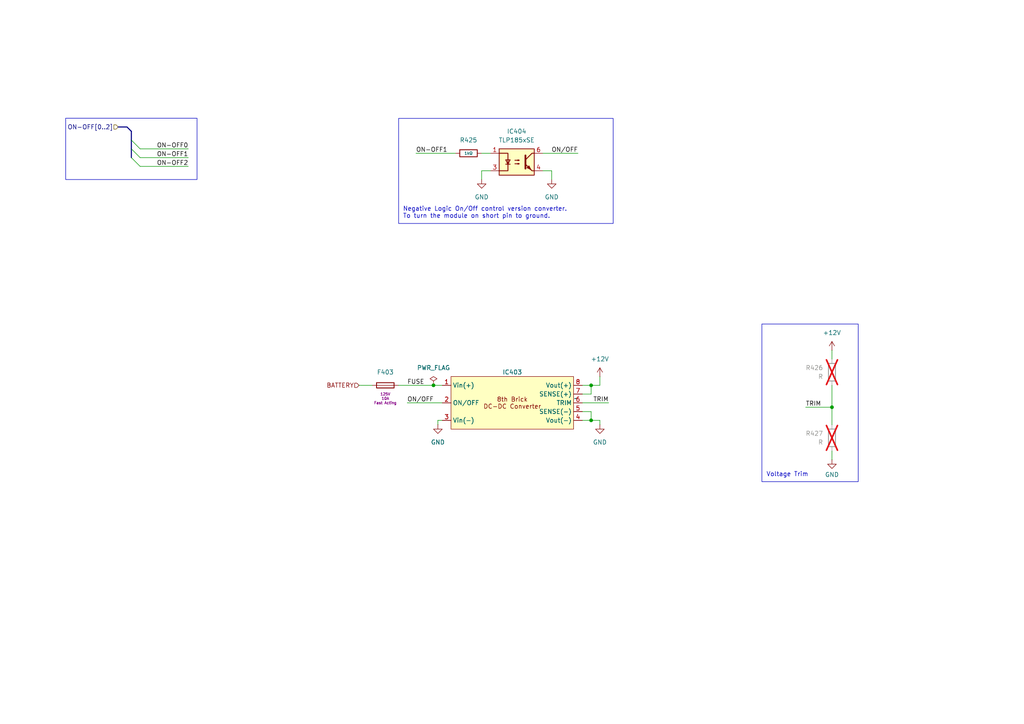
<source format=kicad_sch>
(kicad_sch (version 20250114) (generator "eeschema") (generator_version "9.0")
  (paper "A4")
  (lib_symbols
    (symbol "Brick_Converters:8th_Brick"
      (property "Reference" "IC" (at -17.78 8.89 0))
      (symbol "8th_Brick_0_0"
        (pin power_in line (at -20.32 5.08 0) (length 2.54) (name "Vin(+)") (number "1"))
        (pin input line (at -20.32 0 0) (length 2.54) (name "ON/OFF") (number "2"))
        (pin power_in line (at -20.32 -5.08 0) (length 2.54) (name "Vin(-)") (number "3"))
        (pin power_in line (at 20.32 5.08 180) (length 2.54) (name "Vout(+)") (number "8"))
        (pin input line (at 20.32 2.54 180) (length 2.54) (name "SENSE(+)") (number "7"))
        (pin input line (at 20.32 -2.54 180) (length 2.54) (name "SENSE(-)") (number "5"))
        (pin power_in line (at 20.32 -5.08 180) (length 2.54) (name "Vout(-)") (number "4"))
      )
      (symbol "8th_Brick_1_0"
        (pin input line (at 20.32 0 180) (length 2.54) (name "TRIM") (number "6"))
      )
      (symbol "8th_Brick_1_1"
        (rectangle (start -17.78 7.62) (end 17.78 -7.62) (fill (type background)))
        (text "8th Brick\nDC-DC Converter" (at 0 0 0) (effects (font (size 1.27 1.27))))
      )
    )
    (symbol "Device:R" (pin_numbers (hide yes)) (pin_names (offset 0))
      (property "Reference" "R" (at 2.032 0 90))
      (property "Value" "R" (at 0 0 90))
      (symbol "R_0_1"
        (rectangle (start -1.016 -2.54) (end 1.016 2.54) (stroke (width 0.254)))
      )
      (symbol "R_1_1"
        (pin passive line (at 0 3.81 270) (length 1.27) (name "~") (number "1"))
        (pin passive line (at 0 -3.81 90) (length 1.27) (name "~") (number "2"))
      )
    )
    (symbol "FuseCustom:JFC2410FS-2100FS"
      (property "Reference" "F" (at -2.54 0 90))
      (property "Current Trigger" "10A" (at 3.81 0 90))
      (property "Voltage Rating" "125V" (at 2.54 0 90))
      (property "Time Sensitivity" "Fast Acting" (at 5.08 0 90))
      (symbol "JFC2410FS-2100FS_0_1"
        (rectangle (start -0.762 2.54) (end 0.762 -2.54) (stroke (width 0.254)))
        (polyline (pts (xy 0 2.54) (xy 0 -2.54)))
      )
      (symbol "JFC2410FS-2100FS_1_1"
        (pin passive line (at 0 3.81 270) (length 1.27) (name "~") (number "1"))
        (pin passive line (at 0 -3.81 90) (length 1.27) (name "~") (number "2"))
      )
    )
    (symbol "Isolator:TLP185xSE"
      (property "Reference" "U" (at -5.08 5.08 0))
      (property "Value" "TLP185xSE" (at -5.08 -5.08 0))
      (symbol "TLP185xSE_0_1"
        (rectangle (start -5.08 3.81) (end 5.08 -3.81) (stroke (width 0.254)) (fill (type background)))
        (polyline (pts (xy -5.08 -2.54) (xy -2.54 -2.54) (xy -2.54 2.54) (xy -5.08 2.54)) (stroke (width 0.254)))
        (polyline (pts (xy -3.175 -0.635) (xy -1.905 -0.635)) (stroke (width 0.254)))
        (polyline (pts (xy -2.54 -0.635) (xy -3.175 0.635) (xy -1.905 0.635) (xy -2.54 -0.635)) (stroke (width 0.254)))
        (polyline (pts (xy -0.508 0.508) (xy 0.762 0.508) (xy 0.381 0.381) (xy 0.381 0.635) (xy 0.762 0.508)) (stroke (width 0.254)))
        (polyline (pts (xy -0.508 -0.508) (xy 0.762 -0.508) (xy 0.381 -0.635) (xy 0.381 -0.381) (xy 0.762 -0.508)) (stroke (width 0.254)))
        (polyline (pts (xy 2.54 1.905) (xy 2.54 -1.905)) (stroke (width 0.508)))
        (polyline (pts (xy 3.048 -1.651) (xy 3.556 -1.143) (xy 4.064 -2.159) (xy 3.048 -1.651)) (stroke (width 0.254)) (fill (type outline)))
        (polyline (pts (xy 5.08 2.54) (xy 4.445 2.54) (xy 2.54 0.635)) (stroke (width 0.254)))
        (polyline (pts (xy 5.08 -2.54) (xy 4.445 -2.54) (xy 2.54 -0.635)) (stroke (width 0.254)))
      )
      (symbol "TLP185xSE_1_1"
        (pin passive line (at -7.62 2.54 0) (length 2.54) (name "~") (number "1"))
        (pin passive line (at -7.62 -2.54 0) (length 2.54) (name "~") (number "3"))
        (pin passive line (at 7.62 2.54 180) (length 2.54) (name "~") (number "6"))
        (pin passive line (at 7.62 -2.54 180) (length 2.54) (name "~") (number "4"))
      )
    )
    (symbol "PCM_JLCPCB-Resistors:0402,1kΩ" (pin_numbers (hide yes)) (pin_names (offset 0))
      (property "Reference" "R" (at 1.778 0 0))
      (property "Value" "1kΩ" (at 0 0 90))
      (symbol "0402,1kΩ_0_1"
        (rectangle (start -1.016 2.54) (end 1.016 -2.54) (stroke (width 0.254)))
      )
      (symbol "0402,1kΩ_1_1"
        (pin passive line (at 0 3.81 270) (length 1.27) (name "~") (number "1"))
        (pin passive line (at 0 -3.81 90) (length 1.27) (name "~") (number "2"))
      )
    )
    (symbol "power:+12V" (power) (pin_numbers (hide yes)) (pin_names (offset 0) (hide yes))
      (property "Value" "+12V" (at 0 3.556 0))
      (symbol "+12V_0_1"
        (polyline (pts (xy -0.762 1.27) (xy 0 2.54)))
        (polyline (pts (xy 0 2.54) (xy 0.762 1.27)))
        (polyline (pts (xy 0 0) (xy 0 2.54)))
      )
      (symbol "+12V_1_1"
        (pin power_in line (at 0 0 90) (length 0) (name "~") (number "1"))
      )
    )
    (symbol "power:GND" (power) (pin_numbers (hide yes)) (pin_names (offset 0) (hide yes))
      (property "Value" "GND" (at 0 -3.81 0))
      (symbol "GND_0_1"
        (polyline (pts (xy 0 0) (xy 0 -1.27) (xy 1.27 -1.27) (xy 0 -2.54) (xy -1.27 -1.27) (xy 0 -1.27)))
      )
      (symbol "GND_1_1"
        (pin power_in line (at 0 0 270) (length 0) (name "~") (number "1"))
      )
    )
    (symbol "power:PWR_FLAG" (power) (pin_numbers (hide yes)) (pin_names (offset 0) (hide yes))
      (property "Value" "PWR_FLAG" (at 0 3.81 0))
      (symbol "PWR_FLAG_0_0"
        (pin power_out line (at 0 0 90) (length 0) (name "~") (number "1"))
      )
      (symbol "PWR_FLAG_0_1"
        (polyline (pts (xy 0 0) (xy 0 1.27) (xy -1.016 1.905) (xy 0 2.54) (xy 1.016 1.905) (xy 0 1.27)))
      )
    )
  )
  (rectangle (start 220.98 93.98) (end 248.92 139.7))
  (rectangle (start 115.617 34.337) (end 177.847 64.817))
  (rectangle (start 19.05 34.29) (end 57.15 52.07))
  (text "Voltage Trim" (at 222.25 138.43 0) (effects (font (size 1.27 1.27)) (justify left bottom)))
  (text "Negative Logic On/Off control version converter.\nTo turn the module on short pin to ground." (at 116.84 63.5 0) (effects (font (size 1.27 1.27)) (justify left bottom)))
  (junction (at 241.3 118.11))
  (junction (at 125.73 111.76))
  (junction (at 171.45 111.76))
  (junction (at 171.45 121.92))
  (bus_entry (at 38.1 43.18) (size 2.54 2.54))
  (bus_entry (at 38.1 40.64) (size 2.54 2.54))
  (bus_entry (at 38.1 45.72) (size 2.54 2.54))
  (bus (pts (xy 38.1 40.64) (xy 38.1 43.18)))
  (wire (pts (xy 142.24 49.53) (xy 139.7 49.53)))
  (wire (pts (xy 173.99 111.76) (xy 173.99 109.22)))
  (wire (pts (xy 139.7 49.53) (xy 139.7 52.07)))
  (wire (pts (xy 40.64 45.72) (xy 54.61 45.72)))
  (wire (pts (xy 160.02 49.53) (xy 160.02 52.07)))
  (bus (pts (xy 38.1 43.18) (xy 38.1 45.72)))
  (wire (pts (xy 241.3 118.11) (xy 241.3 123.19)))
  (wire (pts (xy 167.64 44.45) (xy 157.48 44.45)))
  (wire (pts (xy 171.45 114.3) (xy 171.45 111.76)))
  (bus (pts (xy 34.29 36.83) (xy 36.83 36.83)))
  (wire (pts (xy 127 123.19) (xy 127 121.92)))
  (wire (pts (xy 241.3 130.81) (xy 241.3 133.35)))
  (bus (pts (xy 38.1 38.1) (xy 38.1 40.64)))
  (wire (pts (xy 104.14 111.76) (xy 107.95 111.76)))
  (wire (pts (xy 241.3 111.76) (xy 241.3 118.11)))
  (wire (pts (xy 40.64 43.18) (xy 54.61 43.18)))
  (wire (pts (xy 40.64 48.26) (xy 54.61 48.26)))
  (wire (pts (xy 127 121.92) (xy 128.27 121.92)))
  (wire (pts (xy 171.45 121.92) (xy 173.99 121.92)))
  (wire (pts (xy 120.65 44.45) (xy 132.08 44.45)))
  (wire (pts (xy 171.45 119.38) (xy 171.45 121.92)))
  (wire (pts (xy 241.3 104.14) (xy 241.3 101.6)))
  (wire (pts (xy 115.57 111.76) (xy 125.73 111.76)))
  (wire (pts (xy 157.48 49.53) (xy 160.02 49.53)))
  (wire (pts (xy 168.91 111.76) (xy 171.45 111.76)))
  (wire (pts (xy 168.91 114.3) (xy 171.45 114.3)))
  (wire (pts (xy 171.45 111.76) (xy 173.99 111.76)))
  (wire (pts (xy 176.53 116.84) (xy 168.91 116.84)))
  (bus (pts (xy 36.83 36.83) (xy 38.1 38.1)))
  (wire (pts (xy 139.7 44.45) (xy 142.24 44.45)))
  (wire (pts (xy 173.99 121.92) (xy 173.99 123.19)))
  (wire (pts (xy 125.73 111.76) (xy 128.27 111.76)))
  (wire (pts (xy 168.91 121.92) (xy 171.45 121.92)))
  (wire (pts (xy 168.91 119.38) (xy 171.45 119.38)))
  (wire (pts (xy 118.11 116.84) (xy 128.27 116.84)))
  (wire (pts (xy 233.68 118.11) (xy 241.3 118.11)))
  (label "ON-OFF2" (at 54.61 48.26 180))
  (label "ON-OFF0" (at 54.61 43.18 180))
  (label "ON/OFF" (at 118.11 116.84 0))
  (label "FUSE" (at 118.11 111.76 0))
  (label "TRIM" (at 176.53 116.84 180))
  (label "TRIM" (at 233.68 118.11 0))
  (label "ON-OFF1" (at 54.61 45.72 180))
  (label "ON/OFF" (at 167.64 44.45 180))
  (label "ON-OFF1" (at 120.65 44.45 0))
  (hierarchical_label "BATTERY" (shape input) (at 104.14 111.76 180))
  (hierarchical_label "ON-OFF[0..2]" (shape input) (at 34.29 36.83 180))
  (symbol (lib_id "Device:R") (at 241.3 127 0) (mirror x) (unit 1) (dnp yes)
    (property "Reference" "R427" (at 238.76 125.7299 0) (effects (justify right)))
    (property "Value" "R" (at 238.76 128.2699 0) (effects (justify right)))
    (property "Footprint" "PCM_JLCPCB:R_0402" (effects (hide yes)))
    (property "Description" "Resistor" (effects (hide yes)))
  )
  (symbol (lib_id "power:+12V") (at 241.3 101.6 0) (unit 1)
    (property "Reference" "#PWR0510" (effects (hide yes)))
    (property "Value" "+12V" (at 241.3 96.52 0))
    (property "Description" "Power symbol creates a global label with name \"+12V\"" (effects (hide yes)))
  )
  (symbol (lib_id "power:GND") (at 127 123.19 0) (unit 1)
    (property "Reference" "#PWR0492" (effects (hide yes)))
    (property "Value" "GND" (at 127 128.27 0))
    (property "Description" "Power symbol creates a global label with name \"GND\" , ground" (effects (hide yes)))
  )
  (symbol (lib_id "Isolator:TLP185xSE") (at 149.86 46.99 0) (unit 1)
    (property "Reference" "IC404" (at 149.86 38.1 0))
    (property "Value" "TLP185xSE" (at 149.86 40.64 0))
    (property "Footprint" "Package_SO:SOIC-4_4.55x3.7mm_P2.54mm" (effects (hide yes)))
    (property "Datasheet" "https://toshiba.semicon-storage.com/info/docget.jsp?did=14111&prodName=TLP185(SE" (effects (hide yes)))
    (property "Description" "DC Optocoupler, Vce 80V, CTR 50-100%, SOIC-4-6 (MFSOP-4-6)" (effects (hide yes)))
  )
  (symbol (lib_id "FuseCustom:JFC2410FS-2100FS") (at 111.76 111.76 270) (unit 1)
    (property "Reference" "F403" (at 111.76 107.95 90))
    (property "Value" "10A" (effects (hide yes)))
    (property "Footprint" "FuseCustom:Fuse_2410_6125" (effects (hide yes)))
    (property "Datasheet" "https://jlcpcb.com/api/file/downloadByFileSystemAccessId/8588899540782604288" (effects (hide yes)))
    (property "Description" "-55℃~+125℃ 10A 125V 125V 50A Surface Mount Fuse 2410 Disposable fuses ROHS" (effects (hide yes)))
    (property "Manufacturer" "Shenzhen JDT Fuse" (effects (hide yes)))
    (property "Name" "JFC2410FS-2100FS" (effects (hide yes)))
    (property "Package" "2410" (effects (hide yes)))
    (property "Current Trigger" "10A" (at 111.76 115.57 90) (effects (font (size 0.762 0.762))))
    (property "Voltage Rating" "125V" (at 111.76 114.3 90) (effects (font (size 0.762 0.762))))
    (property "Time Sensitivity" "Fast Acting" (at 111.76 116.84 90) (effects (font (size 0.762 0.762))))
    (property "Assembly Type" "SMT Assembly" (effects (hide yes)))
    (property "LCSC" "C136374" (effects (hide yes)))
  )
  (symbol (lib_id "Device:R") (at 241.3 107.95 0) (unit 1) (dnp yes)
    (property "Reference" "R426" (at 238.76 106.6799 0) (effects (justify right)))
    (property "Value" "R" (at 238.76 109.2199 0) (effects (justify right)))
    (property "Footprint" "PCM_JLCPCB:R_0402" (effects (hide yes)))
    (property "Description" "Resistor" (effects (hide yes)))
  )
  (symbol (lib_id "PCM_JLCPCB-Resistors:0402,1kΩ") (at 135.89 44.45 270) (unit 1)
    (property "Reference" "R425" (at 135.89 40.64 90))
    (property "Value" "1kΩ" (at 135.89 44.45 90) (effects (font (size 0.8 0.8))))
    (property "Footprint" "PCM_JLCPCB:R_0402" (effects (hide yes)))
    (property "Datasheet" "https://www.lcsc.com/datasheet/lcsc_datasheet_2206010216_UNI-ROYAL-Uniroyal-Elec-0402WGF1001TCE_C11702.pdf" (effects (hide yes)))
    (property "Description" "62.5mW Thick Film Resistors 50V ±100ppm/°C ±1% 1kΩ 0402 Chip Resistor - Surface Mount ROHS" (effects (hide yes)))
    (property "LCSC" "C11702" (effects (hide yes)))
    (property "Stock" "13226393" (effects (hide yes)))
    (property "Price" "0.004USD" (effects (hide yes)))
    (property "Process" "SMT" (effects (hide yes)))
    (property "Minimum Qty" "20" (effects (hide yes)))
    (property "Attrition Qty" "10" (effects (hide yes)))
    (property "Class" "Basic Component" (effects (hide yes)))
    (property "Category" "Resistors,Chip Resistor - Surface Mount" (effects (hide yes)))
    (property "Manufacturer" "UNI-ROYAL(Uniroyal Elec)" (effects (hide yes)))
    (property "Part" "0402WGF1001TCE" (effects (hide yes)))
    (property "Resistance" "1kΩ" (effects (hide yes)))
    (property "Power(Watts)" "62.5mW" (effects (hide yes)))
    (property "Type" "Thick Film Resistors" (effects (hide yes)))
    (property "Overload Voltage (Max)" "50V" (effects (hide yes)))
    (property "Operating Temperature Range" "-55°C~+155°C" (effects (hide yes)))
    (property "Tolerance" "±1%" (effects (hide yes)))
    (property "Temperature Coefficient" "±100ppm/°C" (effects (hide yes)))
  )
  (symbol (lib_id "power:+12V") (at 173.99 109.22 0) (unit 1)
    (property "Reference" "#PWR0495" (effects (hide yes)))
    (property "Value" "+12V" (at 173.99 104.14 0))
    (property "Description" "Power symbol creates a global label with name \"+12V\"" (effects (hide yes)))
  )
  (symbol (lib_id "power:GND") (at 139.7 52.07 0) (unit 1)
    (property "Reference" "#PWR0493" (effects (hide yes)))
    (property "Value" "GND" (at 139.7 57.15 0))
    (property "Description" "Power symbol creates a global label with name \"GND\" , ground" (effects (hide yes)))
  )
  (symbol (lib_id "power:GND") (at 173.99 123.19 0) (unit 1)
    (property "Reference" "#PWR0496" (effects (hide yes)))
    (property "Value" "GND" (at 173.99 128.27 0))
    (property "Description" "Power symbol creates a global label with name \"GND\" , ground" (effects (hide yes)))
  )
  (symbol (lib_id "Brick_Converters:8th_Brick") (at 148.59 116.84 0) (unit 1)
    (property "Reference" "IC403" (at 148.59 107.95 0))
    (property "Value" "~" (at 167.005 115.57 0))
    (property "Footprint" "Brick_Converter:8th DC-DC converter" (effects (hide yes)))
    (property "Datasheet" "https://www.digikey.pl/pl/products/detail/E48SP12020NRFA/941-1053-ND/2501325" (effects (hide yes)))
    (property "Description" "Eight-Brick DC-DC Converter" (effects (hide yes)))
  )
  (symbol (lib_id "power:GND") (at 160.02 52.07 0) (mirror y) (unit 1)
    (property "Reference" "#PWR0494" (effects (hide yes)))
    (property "Value" "GND" (at 160.02 57.15 0))
    (property "Description" "Power symbol creates a global label with name \"GND\" , ground" (effects (hide yes)))
  )
  (symbol (lib_id "power:GND") (at 241.3 133.35 0) (mirror y) (unit 1)
    (property "Reference" "#PWR0511" (effects (hide yes)))
    (property "Value" "GND" (at 241.3 137.668 0))
    (property "Description" "Power symbol creates a global label with name \"GND\" , ground" (effects (hide yes)))
  )
  (symbol (lib_id "power:PWR_FLAG") (at 125.73 111.76 0) (unit 1)
    (property "Reference" "#FLG0402" (effects (hide yes)))
    (property "Value" "PWR_FLAG" (at 125.73 106.68 0))
    (property "Description" "Special symbol for telling ERC where power comes from" (effects (hide yes)))
  )
)
</source>
